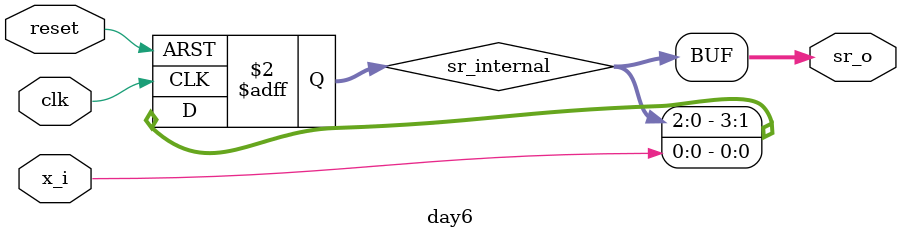
<source format=sv>
module day6(
  input     wire        clk,
  input     wire        reset,
  input     wire        x_i,      // Serial input

  output    wire[3:0]   sr_o
);
  
  logic [3:0] sr_internal;
  
  assign sr_o = sr_internal; 
  
  always_ff@(posedge clk or posedge reset)
    begin
      if(reset)
        sr_internal <= 4'b0;
      else
        sr_internal <= {sr_internal[2:0], x_i};
    end
endmodule

</source>
